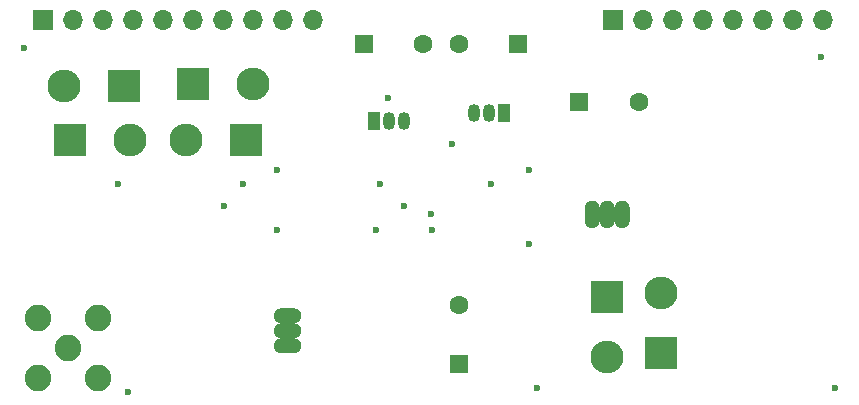
<source format=gts>
G04 #@! TF.GenerationSoftware,KiCad,Pcbnew,8.0.0*
G04 #@! TF.CreationDate,2025-01-04T20:02:43+01:00*
G04 #@! TF.ProjectId,ina2137,696e6132-3133-4372-9e6b-696361645f70,rev?*
G04 #@! TF.SameCoordinates,Original*
G04 #@! TF.FileFunction,Soldermask,Top*
G04 #@! TF.FilePolarity,Negative*
%FSLAX46Y46*%
G04 Gerber Fmt 4.6, Leading zero omitted, Abs format (unit mm)*
G04 Created by KiCad (PCBNEW 8.0.0) date 2025-01-04 20:02:43*
%MOMM*%
%LPD*%
G01*
G04 APERTURE LIST*
%ADD10C,0.001000*%
%ADD11C,2.250000*%
%ADD12R,2.800000X2.800000*%
%ADD13O,2.800000X2.800000*%
%ADD14R,1.600000X1.600000*%
%ADD15C,1.600000*%
%ADD16R,1.700000X1.700000*%
%ADD17O,1.700000X1.700000*%
%ADD18R,1.050000X1.500000*%
%ADD19O,1.050000X1.500000*%
%ADD20C,0.600000*%
G04 APERTURE END LIST*
D10*
X133270000Y-104563661D02*
X133301000Y-104566661D01*
X133332000Y-104571661D01*
X133363000Y-104577661D01*
X133394000Y-104585661D01*
X133424000Y-104595661D01*
X133453000Y-104606661D01*
X133482000Y-104618661D01*
X133510000Y-104632661D01*
X133538000Y-104648661D01*
X133565000Y-104665661D01*
X133590000Y-104683661D01*
X133615000Y-104703661D01*
X133639000Y-104724661D01*
X133661000Y-104746661D01*
X133682000Y-104769661D01*
X133702000Y-104793661D01*
X133721000Y-104819661D01*
X133739000Y-104845661D01*
X133755000Y-104872661D01*
X133769000Y-104900661D01*
X133782000Y-104929661D01*
X133794000Y-104958661D01*
X133804000Y-104988661D01*
X133812000Y-105019661D01*
X133819000Y-105049661D01*
X133824000Y-105081661D01*
X133828000Y-105112661D01*
X133830000Y-105147661D01*
X133828000Y-105182661D01*
X133824000Y-105213661D01*
X133819000Y-105245661D01*
X133812000Y-105275661D01*
X133804000Y-105306661D01*
X133794000Y-105336661D01*
X133782000Y-105365661D01*
X133769000Y-105394661D01*
X133755000Y-105422661D01*
X133739000Y-105449661D01*
X133721000Y-105475661D01*
X133702000Y-105501661D01*
X133682000Y-105525661D01*
X133661000Y-105548661D01*
X133639000Y-105570661D01*
X133615000Y-105591661D01*
X133590000Y-105611661D01*
X133565000Y-105629661D01*
X133538000Y-105646661D01*
X133510000Y-105662661D01*
X133482000Y-105676661D01*
X133453000Y-105688661D01*
X133424000Y-105699661D01*
X133394000Y-105709661D01*
X133363000Y-105717661D01*
X133332000Y-105723661D01*
X133301000Y-105728661D01*
X133270000Y-105731661D01*
X133238000Y-105732661D01*
X133210000Y-105732661D01*
X132210000Y-105732661D01*
X132182000Y-105732661D01*
X132150000Y-105731661D01*
X132119000Y-105728661D01*
X132088000Y-105723661D01*
X132057000Y-105717661D01*
X132026000Y-105709661D01*
X131996000Y-105699661D01*
X131967000Y-105688661D01*
X131938000Y-105676661D01*
X131910000Y-105662661D01*
X131882000Y-105646661D01*
X131855000Y-105629661D01*
X131830000Y-105611661D01*
X131805000Y-105591661D01*
X131781000Y-105570661D01*
X131759000Y-105548661D01*
X131738000Y-105525661D01*
X131718000Y-105501661D01*
X131699000Y-105475661D01*
X131681000Y-105449661D01*
X131665000Y-105422661D01*
X131651000Y-105394661D01*
X131638000Y-105365661D01*
X131626000Y-105336661D01*
X131616000Y-105306661D01*
X131608000Y-105275661D01*
X131601000Y-105245661D01*
X131596000Y-105213661D01*
X131592000Y-105182661D01*
X131590000Y-105147661D01*
X131592000Y-105112661D01*
X131596000Y-105081661D01*
X131601000Y-105049661D01*
X131608000Y-105019661D01*
X131616000Y-104988661D01*
X131626000Y-104958661D01*
X131638000Y-104929661D01*
X131651000Y-104900661D01*
X131665000Y-104872661D01*
X131681000Y-104845661D01*
X131699000Y-104819661D01*
X131718000Y-104793661D01*
X131738000Y-104769661D01*
X131759000Y-104746661D01*
X131781000Y-104724661D01*
X131805000Y-104703661D01*
X131830000Y-104683661D01*
X131855000Y-104665661D01*
X131882000Y-104648661D01*
X131910000Y-104632661D01*
X131938000Y-104618661D01*
X131967000Y-104606661D01*
X131996000Y-104595661D01*
X132026000Y-104585661D01*
X132057000Y-104577661D01*
X132088000Y-104571661D01*
X132119000Y-104566661D01*
X132150000Y-104563661D01*
X132182000Y-104562661D01*
X132210000Y-104562661D01*
X133210000Y-104562661D01*
X133238000Y-104562661D01*
X133270000Y-104563661D01*
G36*
X133270000Y-104563661D02*
G01*
X133301000Y-104566661D01*
X133332000Y-104571661D01*
X133363000Y-104577661D01*
X133394000Y-104585661D01*
X133424000Y-104595661D01*
X133453000Y-104606661D01*
X133482000Y-104618661D01*
X133510000Y-104632661D01*
X133538000Y-104648661D01*
X133565000Y-104665661D01*
X133590000Y-104683661D01*
X133615000Y-104703661D01*
X133639000Y-104724661D01*
X133661000Y-104746661D01*
X133682000Y-104769661D01*
X133702000Y-104793661D01*
X133721000Y-104819661D01*
X133739000Y-104845661D01*
X133755000Y-104872661D01*
X133769000Y-104900661D01*
X133782000Y-104929661D01*
X133794000Y-104958661D01*
X133804000Y-104988661D01*
X133812000Y-105019661D01*
X133819000Y-105049661D01*
X133824000Y-105081661D01*
X133828000Y-105112661D01*
X133830000Y-105147661D01*
X133828000Y-105182661D01*
X133824000Y-105213661D01*
X133819000Y-105245661D01*
X133812000Y-105275661D01*
X133804000Y-105306661D01*
X133794000Y-105336661D01*
X133782000Y-105365661D01*
X133769000Y-105394661D01*
X133755000Y-105422661D01*
X133739000Y-105449661D01*
X133721000Y-105475661D01*
X133702000Y-105501661D01*
X133682000Y-105525661D01*
X133661000Y-105548661D01*
X133639000Y-105570661D01*
X133615000Y-105591661D01*
X133590000Y-105611661D01*
X133565000Y-105629661D01*
X133538000Y-105646661D01*
X133510000Y-105662661D01*
X133482000Y-105676661D01*
X133453000Y-105688661D01*
X133424000Y-105699661D01*
X133394000Y-105709661D01*
X133363000Y-105717661D01*
X133332000Y-105723661D01*
X133301000Y-105728661D01*
X133270000Y-105731661D01*
X133238000Y-105732661D01*
X133210000Y-105732661D01*
X132210000Y-105732661D01*
X132182000Y-105732661D01*
X132150000Y-105731661D01*
X132119000Y-105728661D01*
X132088000Y-105723661D01*
X132057000Y-105717661D01*
X132026000Y-105709661D01*
X131996000Y-105699661D01*
X131967000Y-105688661D01*
X131938000Y-105676661D01*
X131910000Y-105662661D01*
X131882000Y-105646661D01*
X131855000Y-105629661D01*
X131830000Y-105611661D01*
X131805000Y-105591661D01*
X131781000Y-105570661D01*
X131759000Y-105548661D01*
X131738000Y-105525661D01*
X131718000Y-105501661D01*
X131699000Y-105475661D01*
X131681000Y-105449661D01*
X131665000Y-105422661D01*
X131651000Y-105394661D01*
X131638000Y-105365661D01*
X131626000Y-105336661D01*
X131616000Y-105306661D01*
X131608000Y-105275661D01*
X131601000Y-105245661D01*
X131596000Y-105213661D01*
X131592000Y-105182661D01*
X131590000Y-105147661D01*
X131592000Y-105112661D01*
X131596000Y-105081661D01*
X131601000Y-105049661D01*
X131608000Y-105019661D01*
X131616000Y-104988661D01*
X131626000Y-104958661D01*
X131638000Y-104929661D01*
X131651000Y-104900661D01*
X131665000Y-104872661D01*
X131681000Y-104845661D01*
X131699000Y-104819661D01*
X131718000Y-104793661D01*
X131738000Y-104769661D01*
X131759000Y-104746661D01*
X131781000Y-104724661D01*
X131805000Y-104703661D01*
X131830000Y-104683661D01*
X131855000Y-104665661D01*
X131882000Y-104648661D01*
X131910000Y-104632661D01*
X131938000Y-104618661D01*
X131967000Y-104606661D01*
X131996000Y-104595661D01*
X132026000Y-104585661D01*
X132057000Y-104577661D01*
X132088000Y-104571661D01*
X132119000Y-104566661D01*
X132150000Y-104563661D01*
X132182000Y-104562661D01*
X132210000Y-104562661D01*
X133210000Y-104562661D01*
X133238000Y-104562661D01*
X133270000Y-104563661D01*
G37*
X133270000Y-105833661D02*
X133301000Y-105836661D01*
X133332000Y-105841661D01*
X133363000Y-105847661D01*
X133394000Y-105855661D01*
X133424000Y-105865661D01*
X133453000Y-105876661D01*
X133482000Y-105888661D01*
X133510000Y-105902661D01*
X133538000Y-105918661D01*
X133565000Y-105935661D01*
X133590000Y-105953661D01*
X133615000Y-105973661D01*
X133639000Y-105994661D01*
X133661000Y-106016661D01*
X133682000Y-106039661D01*
X133702000Y-106063661D01*
X133721000Y-106089661D01*
X133739000Y-106115661D01*
X133755000Y-106142661D01*
X133769000Y-106170661D01*
X133782000Y-106199661D01*
X133794000Y-106228661D01*
X133804000Y-106258661D01*
X133812000Y-106289661D01*
X133819000Y-106319661D01*
X133824000Y-106351661D01*
X133828000Y-106382661D01*
X133830000Y-106417661D01*
X133828000Y-106452661D01*
X133824000Y-106483661D01*
X133819000Y-106515661D01*
X133812000Y-106545661D01*
X133804000Y-106576661D01*
X133794000Y-106606661D01*
X133782000Y-106635661D01*
X133769000Y-106664661D01*
X133755000Y-106692661D01*
X133739000Y-106719661D01*
X133721000Y-106745661D01*
X133702000Y-106771661D01*
X133682000Y-106795661D01*
X133661000Y-106818661D01*
X133639000Y-106840661D01*
X133615000Y-106861661D01*
X133590000Y-106881661D01*
X133565000Y-106899661D01*
X133538000Y-106916661D01*
X133510000Y-106932661D01*
X133482000Y-106946661D01*
X133453000Y-106958661D01*
X133424000Y-106969661D01*
X133394000Y-106979661D01*
X133363000Y-106987661D01*
X133332000Y-106993661D01*
X133301000Y-106998661D01*
X133270000Y-107001661D01*
X133238000Y-107002661D01*
X133210000Y-107002661D01*
X132210000Y-107002661D01*
X132182000Y-107002661D01*
X132150000Y-107001661D01*
X132119000Y-106998661D01*
X132088000Y-106993661D01*
X132057000Y-106987661D01*
X132026000Y-106979661D01*
X131996000Y-106969661D01*
X131967000Y-106958661D01*
X131938000Y-106946661D01*
X131910000Y-106932661D01*
X131882000Y-106916661D01*
X131855000Y-106899661D01*
X131830000Y-106881661D01*
X131805000Y-106861661D01*
X131781000Y-106840661D01*
X131759000Y-106818661D01*
X131738000Y-106795661D01*
X131718000Y-106771661D01*
X131699000Y-106745661D01*
X131681000Y-106719661D01*
X131665000Y-106692661D01*
X131651000Y-106664661D01*
X131638000Y-106635661D01*
X131626000Y-106606661D01*
X131616000Y-106576661D01*
X131608000Y-106545661D01*
X131601000Y-106515661D01*
X131596000Y-106483661D01*
X131592000Y-106452661D01*
X131590000Y-106417661D01*
X131592000Y-106382661D01*
X131596000Y-106351661D01*
X131601000Y-106319661D01*
X131608000Y-106289661D01*
X131616000Y-106258661D01*
X131626000Y-106228661D01*
X131638000Y-106199661D01*
X131651000Y-106170661D01*
X131665000Y-106142661D01*
X131681000Y-106115661D01*
X131699000Y-106089661D01*
X131718000Y-106063661D01*
X131738000Y-106039661D01*
X131759000Y-106016661D01*
X131781000Y-105994661D01*
X131805000Y-105973661D01*
X131830000Y-105953661D01*
X131855000Y-105935661D01*
X131882000Y-105918661D01*
X131910000Y-105902661D01*
X131938000Y-105888661D01*
X131967000Y-105876661D01*
X131996000Y-105865661D01*
X132026000Y-105855661D01*
X132057000Y-105847661D01*
X132088000Y-105841661D01*
X132119000Y-105836661D01*
X132150000Y-105833661D01*
X132182000Y-105832661D01*
X132210000Y-105832661D01*
X133210000Y-105832661D01*
X133238000Y-105832661D01*
X133270000Y-105833661D01*
G36*
X133270000Y-105833661D02*
G01*
X133301000Y-105836661D01*
X133332000Y-105841661D01*
X133363000Y-105847661D01*
X133394000Y-105855661D01*
X133424000Y-105865661D01*
X133453000Y-105876661D01*
X133482000Y-105888661D01*
X133510000Y-105902661D01*
X133538000Y-105918661D01*
X133565000Y-105935661D01*
X133590000Y-105953661D01*
X133615000Y-105973661D01*
X133639000Y-105994661D01*
X133661000Y-106016661D01*
X133682000Y-106039661D01*
X133702000Y-106063661D01*
X133721000Y-106089661D01*
X133739000Y-106115661D01*
X133755000Y-106142661D01*
X133769000Y-106170661D01*
X133782000Y-106199661D01*
X133794000Y-106228661D01*
X133804000Y-106258661D01*
X133812000Y-106289661D01*
X133819000Y-106319661D01*
X133824000Y-106351661D01*
X133828000Y-106382661D01*
X133830000Y-106417661D01*
X133828000Y-106452661D01*
X133824000Y-106483661D01*
X133819000Y-106515661D01*
X133812000Y-106545661D01*
X133804000Y-106576661D01*
X133794000Y-106606661D01*
X133782000Y-106635661D01*
X133769000Y-106664661D01*
X133755000Y-106692661D01*
X133739000Y-106719661D01*
X133721000Y-106745661D01*
X133702000Y-106771661D01*
X133682000Y-106795661D01*
X133661000Y-106818661D01*
X133639000Y-106840661D01*
X133615000Y-106861661D01*
X133590000Y-106881661D01*
X133565000Y-106899661D01*
X133538000Y-106916661D01*
X133510000Y-106932661D01*
X133482000Y-106946661D01*
X133453000Y-106958661D01*
X133424000Y-106969661D01*
X133394000Y-106979661D01*
X133363000Y-106987661D01*
X133332000Y-106993661D01*
X133301000Y-106998661D01*
X133270000Y-107001661D01*
X133238000Y-107002661D01*
X133210000Y-107002661D01*
X132210000Y-107002661D01*
X132182000Y-107002661D01*
X132150000Y-107001661D01*
X132119000Y-106998661D01*
X132088000Y-106993661D01*
X132057000Y-106987661D01*
X132026000Y-106979661D01*
X131996000Y-106969661D01*
X131967000Y-106958661D01*
X131938000Y-106946661D01*
X131910000Y-106932661D01*
X131882000Y-106916661D01*
X131855000Y-106899661D01*
X131830000Y-106881661D01*
X131805000Y-106861661D01*
X131781000Y-106840661D01*
X131759000Y-106818661D01*
X131738000Y-106795661D01*
X131718000Y-106771661D01*
X131699000Y-106745661D01*
X131681000Y-106719661D01*
X131665000Y-106692661D01*
X131651000Y-106664661D01*
X131638000Y-106635661D01*
X131626000Y-106606661D01*
X131616000Y-106576661D01*
X131608000Y-106545661D01*
X131601000Y-106515661D01*
X131596000Y-106483661D01*
X131592000Y-106452661D01*
X131590000Y-106417661D01*
X131592000Y-106382661D01*
X131596000Y-106351661D01*
X131601000Y-106319661D01*
X131608000Y-106289661D01*
X131616000Y-106258661D01*
X131626000Y-106228661D01*
X131638000Y-106199661D01*
X131651000Y-106170661D01*
X131665000Y-106142661D01*
X131681000Y-106115661D01*
X131699000Y-106089661D01*
X131718000Y-106063661D01*
X131738000Y-106039661D01*
X131759000Y-106016661D01*
X131781000Y-105994661D01*
X131805000Y-105973661D01*
X131830000Y-105953661D01*
X131855000Y-105935661D01*
X131882000Y-105918661D01*
X131910000Y-105902661D01*
X131938000Y-105888661D01*
X131967000Y-105876661D01*
X131996000Y-105865661D01*
X132026000Y-105855661D01*
X132057000Y-105847661D01*
X132088000Y-105841661D01*
X132119000Y-105836661D01*
X132150000Y-105833661D01*
X132182000Y-105832661D01*
X132210000Y-105832661D01*
X133210000Y-105832661D01*
X133238000Y-105832661D01*
X133270000Y-105833661D01*
G37*
X133270000Y-107103661D02*
X133301000Y-107106661D01*
X133332000Y-107111661D01*
X133363000Y-107117661D01*
X133394000Y-107125661D01*
X133424000Y-107135661D01*
X133453000Y-107146661D01*
X133482000Y-107158661D01*
X133510000Y-107172661D01*
X133538000Y-107188661D01*
X133565000Y-107205661D01*
X133590000Y-107223661D01*
X133615000Y-107243661D01*
X133639000Y-107264661D01*
X133661000Y-107286661D01*
X133682000Y-107309661D01*
X133702000Y-107333661D01*
X133721000Y-107359661D01*
X133739000Y-107385661D01*
X133755000Y-107412661D01*
X133769000Y-107440661D01*
X133782000Y-107469661D01*
X133794000Y-107498661D01*
X133804000Y-107528661D01*
X133812000Y-107559661D01*
X133819000Y-107589661D01*
X133824000Y-107621661D01*
X133828000Y-107652661D01*
X133830000Y-107687661D01*
X133828000Y-107722661D01*
X133824000Y-107753661D01*
X133819000Y-107785661D01*
X133812000Y-107815661D01*
X133804000Y-107846661D01*
X133794000Y-107876661D01*
X133782000Y-107905661D01*
X133769000Y-107934661D01*
X133755000Y-107962661D01*
X133739000Y-107989661D01*
X133721000Y-108015661D01*
X133702000Y-108041661D01*
X133682000Y-108065661D01*
X133661000Y-108088661D01*
X133639000Y-108110661D01*
X133615000Y-108131661D01*
X133590000Y-108151661D01*
X133565000Y-108169661D01*
X133538000Y-108186661D01*
X133510000Y-108202661D01*
X133482000Y-108216661D01*
X133453000Y-108228661D01*
X133424000Y-108239661D01*
X133394000Y-108249661D01*
X133363000Y-108257661D01*
X133332000Y-108263661D01*
X133301000Y-108268661D01*
X133270000Y-108271661D01*
X133238000Y-108272661D01*
X133210000Y-108272661D01*
X132210000Y-108272661D01*
X132182000Y-108272661D01*
X132150000Y-108271661D01*
X132119000Y-108268661D01*
X132088000Y-108263661D01*
X132057000Y-108257661D01*
X132026000Y-108249661D01*
X131996000Y-108239661D01*
X131967000Y-108228661D01*
X131938000Y-108216661D01*
X131910000Y-108202661D01*
X131882000Y-108186661D01*
X131855000Y-108169661D01*
X131830000Y-108151661D01*
X131805000Y-108131661D01*
X131781000Y-108110661D01*
X131759000Y-108088661D01*
X131738000Y-108065661D01*
X131718000Y-108041661D01*
X131699000Y-108015661D01*
X131681000Y-107989661D01*
X131665000Y-107962661D01*
X131651000Y-107934661D01*
X131638000Y-107905661D01*
X131626000Y-107876661D01*
X131616000Y-107846661D01*
X131608000Y-107815661D01*
X131601000Y-107785661D01*
X131596000Y-107753661D01*
X131592000Y-107722661D01*
X131590000Y-107687661D01*
X131592000Y-107652661D01*
X131596000Y-107621661D01*
X131601000Y-107589661D01*
X131608000Y-107559661D01*
X131616000Y-107528661D01*
X131626000Y-107498661D01*
X131638000Y-107469661D01*
X131651000Y-107440661D01*
X131665000Y-107412661D01*
X131681000Y-107385661D01*
X131699000Y-107359661D01*
X131718000Y-107333661D01*
X131738000Y-107309661D01*
X131759000Y-107286661D01*
X131781000Y-107264661D01*
X131805000Y-107243661D01*
X131830000Y-107223661D01*
X131855000Y-107205661D01*
X131882000Y-107188661D01*
X131910000Y-107172661D01*
X131938000Y-107158661D01*
X131967000Y-107146661D01*
X131996000Y-107135661D01*
X132026000Y-107125661D01*
X132057000Y-107117661D01*
X132088000Y-107111661D01*
X132119000Y-107106661D01*
X132150000Y-107103661D01*
X132182000Y-107102661D01*
X132210000Y-107102661D01*
X133210000Y-107102661D01*
X133238000Y-107102661D01*
X133270000Y-107103661D01*
G36*
X133270000Y-107103661D02*
G01*
X133301000Y-107106661D01*
X133332000Y-107111661D01*
X133363000Y-107117661D01*
X133394000Y-107125661D01*
X133424000Y-107135661D01*
X133453000Y-107146661D01*
X133482000Y-107158661D01*
X133510000Y-107172661D01*
X133538000Y-107188661D01*
X133565000Y-107205661D01*
X133590000Y-107223661D01*
X133615000Y-107243661D01*
X133639000Y-107264661D01*
X133661000Y-107286661D01*
X133682000Y-107309661D01*
X133702000Y-107333661D01*
X133721000Y-107359661D01*
X133739000Y-107385661D01*
X133755000Y-107412661D01*
X133769000Y-107440661D01*
X133782000Y-107469661D01*
X133794000Y-107498661D01*
X133804000Y-107528661D01*
X133812000Y-107559661D01*
X133819000Y-107589661D01*
X133824000Y-107621661D01*
X133828000Y-107652661D01*
X133830000Y-107687661D01*
X133828000Y-107722661D01*
X133824000Y-107753661D01*
X133819000Y-107785661D01*
X133812000Y-107815661D01*
X133804000Y-107846661D01*
X133794000Y-107876661D01*
X133782000Y-107905661D01*
X133769000Y-107934661D01*
X133755000Y-107962661D01*
X133739000Y-107989661D01*
X133721000Y-108015661D01*
X133702000Y-108041661D01*
X133682000Y-108065661D01*
X133661000Y-108088661D01*
X133639000Y-108110661D01*
X133615000Y-108131661D01*
X133590000Y-108151661D01*
X133565000Y-108169661D01*
X133538000Y-108186661D01*
X133510000Y-108202661D01*
X133482000Y-108216661D01*
X133453000Y-108228661D01*
X133424000Y-108239661D01*
X133394000Y-108249661D01*
X133363000Y-108257661D01*
X133332000Y-108263661D01*
X133301000Y-108268661D01*
X133270000Y-108271661D01*
X133238000Y-108272661D01*
X133210000Y-108272661D01*
X132210000Y-108272661D01*
X132182000Y-108272661D01*
X132150000Y-108271661D01*
X132119000Y-108268661D01*
X132088000Y-108263661D01*
X132057000Y-108257661D01*
X132026000Y-108249661D01*
X131996000Y-108239661D01*
X131967000Y-108228661D01*
X131938000Y-108216661D01*
X131910000Y-108202661D01*
X131882000Y-108186661D01*
X131855000Y-108169661D01*
X131830000Y-108151661D01*
X131805000Y-108131661D01*
X131781000Y-108110661D01*
X131759000Y-108088661D01*
X131738000Y-108065661D01*
X131718000Y-108041661D01*
X131699000Y-108015661D01*
X131681000Y-107989661D01*
X131665000Y-107962661D01*
X131651000Y-107934661D01*
X131638000Y-107905661D01*
X131626000Y-107876661D01*
X131616000Y-107846661D01*
X131608000Y-107815661D01*
X131601000Y-107785661D01*
X131596000Y-107753661D01*
X131592000Y-107722661D01*
X131590000Y-107687661D01*
X131592000Y-107652661D01*
X131596000Y-107621661D01*
X131601000Y-107589661D01*
X131608000Y-107559661D01*
X131616000Y-107528661D01*
X131626000Y-107498661D01*
X131638000Y-107469661D01*
X131651000Y-107440661D01*
X131665000Y-107412661D01*
X131681000Y-107385661D01*
X131699000Y-107359661D01*
X131718000Y-107333661D01*
X131738000Y-107309661D01*
X131759000Y-107286661D01*
X131781000Y-107264661D01*
X131805000Y-107243661D01*
X131830000Y-107223661D01*
X131855000Y-107205661D01*
X131882000Y-107188661D01*
X131910000Y-107172661D01*
X131938000Y-107158661D01*
X131967000Y-107146661D01*
X131996000Y-107135661D01*
X132026000Y-107125661D01*
X132057000Y-107117661D01*
X132088000Y-107111661D01*
X132119000Y-107106661D01*
X132150000Y-107103661D01*
X132182000Y-107102661D01*
X132210000Y-107102661D01*
X133210000Y-107102661D01*
X133238000Y-107102661D01*
X133270000Y-107103661D01*
G37*
X158532800Y-95439500D02*
X158563800Y-95443500D01*
X158595800Y-95448500D01*
X158625800Y-95455500D01*
X158656800Y-95463500D01*
X158686800Y-95473500D01*
X158715800Y-95485500D01*
X158744800Y-95498500D01*
X158772800Y-95512500D01*
X158799800Y-95528500D01*
X158825800Y-95546500D01*
X158851800Y-95565500D01*
X158875800Y-95585500D01*
X158898800Y-95606500D01*
X158920800Y-95628500D01*
X158941800Y-95652500D01*
X158961800Y-95677500D01*
X158979800Y-95702500D01*
X158996800Y-95729500D01*
X159012800Y-95757500D01*
X159026800Y-95785500D01*
X159038800Y-95814500D01*
X159049800Y-95843500D01*
X159059800Y-95873500D01*
X159067800Y-95904500D01*
X159073800Y-95935500D01*
X159078800Y-95966500D01*
X159081800Y-95997500D01*
X159082800Y-96029500D01*
X159082800Y-96057500D01*
X159082800Y-97057500D01*
X159082800Y-97085500D01*
X159081800Y-97117500D01*
X159078800Y-97148500D01*
X159073800Y-97179500D01*
X159067800Y-97210500D01*
X159059800Y-97241500D01*
X159049800Y-97271500D01*
X159038800Y-97300500D01*
X159026800Y-97329500D01*
X159012800Y-97357500D01*
X158996800Y-97385500D01*
X158979800Y-97412500D01*
X158961800Y-97437500D01*
X158941800Y-97462500D01*
X158920800Y-97486500D01*
X158898800Y-97508500D01*
X158875800Y-97529500D01*
X158851800Y-97549500D01*
X158825800Y-97568500D01*
X158799800Y-97586500D01*
X158772800Y-97602500D01*
X158744800Y-97616500D01*
X158715800Y-97629500D01*
X158686800Y-97641500D01*
X158656800Y-97651500D01*
X158625800Y-97659500D01*
X158595800Y-97666500D01*
X158563800Y-97671500D01*
X158532800Y-97675500D01*
X158497800Y-97677500D01*
X158462800Y-97675500D01*
X158431800Y-97671500D01*
X158399800Y-97666500D01*
X158369800Y-97659500D01*
X158338800Y-97651500D01*
X158308800Y-97641500D01*
X158279800Y-97629500D01*
X158250800Y-97616500D01*
X158222800Y-97602500D01*
X158195800Y-97586500D01*
X158169800Y-97568500D01*
X158143800Y-97549500D01*
X158119800Y-97529500D01*
X158096800Y-97508500D01*
X158074800Y-97486500D01*
X158053800Y-97462500D01*
X158033800Y-97437500D01*
X158015800Y-97412500D01*
X157998800Y-97385500D01*
X157982800Y-97357500D01*
X157968800Y-97329500D01*
X157956800Y-97300500D01*
X157945800Y-97271500D01*
X157935800Y-97241500D01*
X157927800Y-97210500D01*
X157921800Y-97179500D01*
X157916800Y-97148500D01*
X157913800Y-97117500D01*
X157912800Y-97085500D01*
X157912800Y-97057500D01*
X157912800Y-96057500D01*
X157912800Y-96029500D01*
X157913800Y-95997500D01*
X157916800Y-95966500D01*
X157921800Y-95935500D01*
X157927800Y-95904500D01*
X157935800Y-95873500D01*
X157945800Y-95843500D01*
X157956800Y-95814500D01*
X157968800Y-95785500D01*
X157982800Y-95757500D01*
X157998800Y-95729500D01*
X158015800Y-95702500D01*
X158033800Y-95677500D01*
X158053800Y-95652500D01*
X158074800Y-95628500D01*
X158096800Y-95606500D01*
X158119800Y-95585500D01*
X158143800Y-95565500D01*
X158169800Y-95546500D01*
X158195800Y-95528500D01*
X158222800Y-95512500D01*
X158250800Y-95498500D01*
X158279800Y-95485500D01*
X158308800Y-95473500D01*
X158338800Y-95463500D01*
X158369800Y-95455500D01*
X158399800Y-95448500D01*
X158431800Y-95443500D01*
X158462800Y-95439500D01*
X158497800Y-95437500D01*
X158532800Y-95439500D01*
G36*
X158532800Y-95439500D02*
G01*
X158563800Y-95443500D01*
X158595800Y-95448500D01*
X158625800Y-95455500D01*
X158656800Y-95463500D01*
X158686800Y-95473500D01*
X158715800Y-95485500D01*
X158744800Y-95498500D01*
X158772800Y-95512500D01*
X158799800Y-95528500D01*
X158825800Y-95546500D01*
X158851800Y-95565500D01*
X158875800Y-95585500D01*
X158898800Y-95606500D01*
X158920800Y-95628500D01*
X158941800Y-95652500D01*
X158961800Y-95677500D01*
X158979800Y-95702500D01*
X158996800Y-95729500D01*
X159012800Y-95757500D01*
X159026800Y-95785500D01*
X159038800Y-95814500D01*
X159049800Y-95843500D01*
X159059800Y-95873500D01*
X159067800Y-95904500D01*
X159073800Y-95935500D01*
X159078800Y-95966500D01*
X159081800Y-95997500D01*
X159082800Y-96029500D01*
X159082800Y-96057500D01*
X159082800Y-97057500D01*
X159082800Y-97085500D01*
X159081800Y-97117500D01*
X159078800Y-97148500D01*
X159073800Y-97179500D01*
X159067800Y-97210500D01*
X159059800Y-97241500D01*
X159049800Y-97271500D01*
X159038800Y-97300500D01*
X159026800Y-97329500D01*
X159012800Y-97357500D01*
X158996800Y-97385500D01*
X158979800Y-97412500D01*
X158961800Y-97437500D01*
X158941800Y-97462500D01*
X158920800Y-97486500D01*
X158898800Y-97508500D01*
X158875800Y-97529500D01*
X158851800Y-97549500D01*
X158825800Y-97568500D01*
X158799800Y-97586500D01*
X158772800Y-97602500D01*
X158744800Y-97616500D01*
X158715800Y-97629500D01*
X158686800Y-97641500D01*
X158656800Y-97651500D01*
X158625800Y-97659500D01*
X158595800Y-97666500D01*
X158563800Y-97671500D01*
X158532800Y-97675500D01*
X158497800Y-97677500D01*
X158462800Y-97675500D01*
X158431800Y-97671500D01*
X158399800Y-97666500D01*
X158369800Y-97659500D01*
X158338800Y-97651500D01*
X158308800Y-97641500D01*
X158279800Y-97629500D01*
X158250800Y-97616500D01*
X158222800Y-97602500D01*
X158195800Y-97586500D01*
X158169800Y-97568500D01*
X158143800Y-97549500D01*
X158119800Y-97529500D01*
X158096800Y-97508500D01*
X158074800Y-97486500D01*
X158053800Y-97462500D01*
X158033800Y-97437500D01*
X158015800Y-97412500D01*
X157998800Y-97385500D01*
X157982800Y-97357500D01*
X157968800Y-97329500D01*
X157956800Y-97300500D01*
X157945800Y-97271500D01*
X157935800Y-97241500D01*
X157927800Y-97210500D01*
X157921800Y-97179500D01*
X157916800Y-97148500D01*
X157913800Y-97117500D01*
X157912800Y-97085500D01*
X157912800Y-97057500D01*
X157912800Y-96057500D01*
X157912800Y-96029500D01*
X157913800Y-95997500D01*
X157916800Y-95966500D01*
X157921800Y-95935500D01*
X157927800Y-95904500D01*
X157935800Y-95873500D01*
X157945800Y-95843500D01*
X157956800Y-95814500D01*
X157968800Y-95785500D01*
X157982800Y-95757500D01*
X157998800Y-95729500D01*
X158015800Y-95702500D01*
X158033800Y-95677500D01*
X158053800Y-95652500D01*
X158074800Y-95628500D01*
X158096800Y-95606500D01*
X158119800Y-95585500D01*
X158143800Y-95565500D01*
X158169800Y-95546500D01*
X158195800Y-95528500D01*
X158222800Y-95512500D01*
X158250800Y-95498500D01*
X158279800Y-95485500D01*
X158308800Y-95473500D01*
X158338800Y-95463500D01*
X158369800Y-95455500D01*
X158399800Y-95448500D01*
X158431800Y-95443500D01*
X158462800Y-95439500D01*
X158497800Y-95437500D01*
X158532800Y-95439500D01*
G37*
X159802800Y-95439500D02*
X159833800Y-95443500D01*
X159865800Y-95448500D01*
X159895800Y-95455500D01*
X159926800Y-95463500D01*
X159956800Y-95473500D01*
X159985800Y-95485500D01*
X160014800Y-95498500D01*
X160042800Y-95512500D01*
X160069800Y-95528500D01*
X160095800Y-95546500D01*
X160121800Y-95565500D01*
X160145800Y-95585500D01*
X160168800Y-95606500D01*
X160190800Y-95628500D01*
X160211800Y-95652500D01*
X160231800Y-95677500D01*
X160249800Y-95702500D01*
X160266800Y-95729500D01*
X160282800Y-95757500D01*
X160296800Y-95785500D01*
X160308800Y-95814500D01*
X160319800Y-95843500D01*
X160329800Y-95873500D01*
X160337800Y-95904500D01*
X160343800Y-95935500D01*
X160348800Y-95966500D01*
X160351800Y-95997500D01*
X160352800Y-96029500D01*
X160352800Y-96057500D01*
X160352800Y-97057500D01*
X160352800Y-97085500D01*
X160351800Y-97117500D01*
X160348800Y-97148500D01*
X160343800Y-97179500D01*
X160337800Y-97210500D01*
X160329800Y-97241500D01*
X160319800Y-97271500D01*
X160308800Y-97300500D01*
X160296800Y-97329500D01*
X160282800Y-97357500D01*
X160266800Y-97385500D01*
X160249800Y-97412500D01*
X160231800Y-97437500D01*
X160211800Y-97462500D01*
X160190800Y-97486500D01*
X160168800Y-97508500D01*
X160145800Y-97529500D01*
X160121800Y-97549500D01*
X160095800Y-97568500D01*
X160069800Y-97586500D01*
X160042800Y-97602500D01*
X160014800Y-97616500D01*
X159985800Y-97629500D01*
X159956800Y-97641500D01*
X159926800Y-97651500D01*
X159895800Y-97659500D01*
X159865800Y-97666500D01*
X159833800Y-97671500D01*
X159802800Y-97675500D01*
X159767800Y-97677500D01*
X159732800Y-97675500D01*
X159701800Y-97671500D01*
X159669800Y-97666500D01*
X159639800Y-97659500D01*
X159608800Y-97651500D01*
X159578800Y-97641500D01*
X159549800Y-97629500D01*
X159520800Y-97616500D01*
X159492800Y-97602500D01*
X159465800Y-97586500D01*
X159439800Y-97568500D01*
X159413800Y-97549500D01*
X159389800Y-97529500D01*
X159366800Y-97508500D01*
X159344800Y-97486500D01*
X159323800Y-97462500D01*
X159303800Y-97437500D01*
X159285800Y-97412500D01*
X159268800Y-97385500D01*
X159252800Y-97357500D01*
X159238800Y-97329500D01*
X159226800Y-97300500D01*
X159215800Y-97271500D01*
X159205800Y-97241500D01*
X159197800Y-97210500D01*
X159191800Y-97179500D01*
X159186800Y-97148500D01*
X159183800Y-97117500D01*
X159182800Y-97085500D01*
X159182800Y-97057500D01*
X159182800Y-96057500D01*
X159182800Y-96029500D01*
X159183800Y-95997500D01*
X159186800Y-95966500D01*
X159191800Y-95935500D01*
X159197800Y-95904500D01*
X159205800Y-95873500D01*
X159215800Y-95843500D01*
X159226800Y-95814500D01*
X159238800Y-95785500D01*
X159252800Y-95757500D01*
X159268800Y-95729500D01*
X159285800Y-95702500D01*
X159303800Y-95677500D01*
X159323800Y-95652500D01*
X159344800Y-95628500D01*
X159366800Y-95606500D01*
X159389800Y-95585500D01*
X159413800Y-95565500D01*
X159439800Y-95546500D01*
X159465800Y-95528500D01*
X159492800Y-95512500D01*
X159520800Y-95498500D01*
X159549800Y-95485500D01*
X159578800Y-95473500D01*
X159608800Y-95463500D01*
X159639800Y-95455500D01*
X159669800Y-95448500D01*
X159701800Y-95443500D01*
X159732800Y-95439500D01*
X159767800Y-95437500D01*
X159802800Y-95439500D01*
G36*
X159802800Y-95439500D02*
G01*
X159833800Y-95443500D01*
X159865800Y-95448500D01*
X159895800Y-95455500D01*
X159926800Y-95463500D01*
X159956800Y-95473500D01*
X159985800Y-95485500D01*
X160014800Y-95498500D01*
X160042800Y-95512500D01*
X160069800Y-95528500D01*
X160095800Y-95546500D01*
X160121800Y-95565500D01*
X160145800Y-95585500D01*
X160168800Y-95606500D01*
X160190800Y-95628500D01*
X160211800Y-95652500D01*
X160231800Y-95677500D01*
X160249800Y-95702500D01*
X160266800Y-95729500D01*
X160282800Y-95757500D01*
X160296800Y-95785500D01*
X160308800Y-95814500D01*
X160319800Y-95843500D01*
X160329800Y-95873500D01*
X160337800Y-95904500D01*
X160343800Y-95935500D01*
X160348800Y-95966500D01*
X160351800Y-95997500D01*
X160352800Y-96029500D01*
X160352800Y-96057500D01*
X160352800Y-97057500D01*
X160352800Y-97085500D01*
X160351800Y-97117500D01*
X160348800Y-97148500D01*
X160343800Y-97179500D01*
X160337800Y-97210500D01*
X160329800Y-97241500D01*
X160319800Y-97271500D01*
X160308800Y-97300500D01*
X160296800Y-97329500D01*
X160282800Y-97357500D01*
X160266800Y-97385500D01*
X160249800Y-97412500D01*
X160231800Y-97437500D01*
X160211800Y-97462500D01*
X160190800Y-97486500D01*
X160168800Y-97508500D01*
X160145800Y-97529500D01*
X160121800Y-97549500D01*
X160095800Y-97568500D01*
X160069800Y-97586500D01*
X160042800Y-97602500D01*
X160014800Y-97616500D01*
X159985800Y-97629500D01*
X159956800Y-97641500D01*
X159926800Y-97651500D01*
X159895800Y-97659500D01*
X159865800Y-97666500D01*
X159833800Y-97671500D01*
X159802800Y-97675500D01*
X159767800Y-97677500D01*
X159732800Y-97675500D01*
X159701800Y-97671500D01*
X159669800Y-97666500D01*
X159639800Y-97659500D01*
X159608800Y-97651500D01*
X159578800Y-97641500D01*
X159549800Y-97629500D01*
X159520800Y-97616500D01*
X159492800Y-97602500D01*
X159465800Y-97586500D01*
X159439800Y-97568500D01*
X159413800Y-97549500D01*
X159389800Y-97529500D01*
X159366800Y-97508500D01*
X159344800Y-97486500D01*
X159323800Y-97462500D01*
X159303800Y-97437500D01*
X159285800Y-97412500D01*
X159268800Y-97385500D01*
X159252800Y-97357500D01*
X159238800Y-97329500D01*
X159226800Y-97300500D01*
X159215800Y-97271500D01*
X159205800Y-97241500D01*
X159197800Y-97210500D01*
X159191800Y-97179500D01*
X159186800Y-97148500D01*
X159183800Y-97117500D01*
X159182800Y-97085500D01*
X159182800Y-97057500D01*
X159182800Y-96057500D01*
X159182800Y-96029500D01*
X159183800Y-95997500D01*
X159186800Y-95966500D01*
X159191800Y-95935500D01*
X159197800Y-95904500D01*
X159205800Y-95873500D01*
X159215800Y-95843500D01*
X159226800Y-95814500D01*
X159238800Y-95785500D01*
X159252800Y-95757500D01*
X159268800Y-95729500D01*
X159285800Y-95702500D01*
X159303800Y-95677500D01*
X159323800Y-95652500D01*
X159344800Y-95628500D01*
X159366800Y-95606500D01*
X159389800Y-95585500D01*
X159413800Y-95565500D01*
X159439800Y-95546500D01*
X159465800Y-95528500D01*
X159492800Y-95512500D01*
X159520800Y-95498500D01*
X159549800Y-95485500D01*
X159578800Y-95473500D01*
X159608800Y-95463500D01*
X159639800Y-95455500D01*
X159669800Y-95448500D01*
X159701800Y-95443500D01*
X159732800Y-95439500D01*
X159767800Y-95437500D01*
X159802800Y-95439500D01*
G37*
X161072800Y-95439500D02*
X161103800Y-95443500D01*
X161135800Y-95448500D01*
X161165800Y-95455500D01*
X161196800Y-95463500D01*
X161226800Y-95473500D01*
X161255800Y-95485500D01*
X161284800Y-95498500D01*
X161312800Y-95512500D01*
X161339800Y-95528500D01*
X161365800Y-95546500D01*
X161391800Y-95565500D01*
X161415800Y-95585500D01*
X161438800Y-95606500D01*
X161460800Y-95628500D01*
X161481800Y-95652500D01*
X161501800Y-95677500D01*
X161519800Y-95702500D01*
X161536800Y-95729500D01*
X161552800Y-95757500D01*
X161566800Y-95785500D01*
X161578800Y-95814500D01*
X161589800Y-95843500D01*
X161599800Y-95873500D01*
X161607800Y-95904500D01*
X161613800Y-95935500D01*
X161618800Y-95966500D01*
X161621800Y-95997500D01*
X161622800Y-96029500D01*
X161622800Y-96057500D01*
X161622800Y-97057500D01*
X161622800Y-97085500D01*
X161621800Y-97117500D01*
X161618800Y-97148500D01*
X161613800Y-97179500D01*
X161607800Y-97210500D01*
X161599800Y-97241500D01*
X161589800Y-97271500D01*
X161578800Y-97300500D01*
X161566800Y-97329500D01*
X161552800Y-97357500D01*
X161536800Y-97385500D01*
X161519800Y-97412500D01*
X161501800Y-97437500D01*
X161481800Y-97462500D01*
X161460800Y-97486500D01*
X161438800Y-97508500D01*
X161415800Y-97529500D01*
X161391800Y-97549500D01*
X161365800Y-97568500D01*
X161339800Y-97586500D01*
X161312800Y-97602500D01*
X161284800Y-97616500D01*
X161255800Y-97629500D01*
X161226800Y-97641500D01*
X161196800Y-97651500D01*
X161165800Y-97659500D01*
X161135800Y-97666500D01*
X161103800Y-97671500D01*
X161072800Y-97675500D01*
X161037800Y-97677500D01*
X161002800Y-97675500D01*
X160971800Y-97671500D01*
X160939800Y-97666500D01*
X160909800Y-97659500D01*
X160878800Y-97651500D01*
X160848800Y-97641500D01*
X160819800Y-97629500D01*
X160790800Y-97616500D01*
X160762800Y-97602500D01*
X160735800Y-97586500D01*
X160709800Y-97568500D01*
X160683800Y-97549500D01*
X160659800Y-97529500D01*
X160636800Y-97508500D01*
X160614800Y-97486500D01*
X160593800Y-97462500D01*
X160573800Y-97437500D01*
X160555800Y-97412500D01*
X160538800Y-97385500D01*
X160522800Y-97357500D01*
X160508800Y-97329500D01*
X160496800Y-97300500D01*
X160485800Y-97271500D01*
X160475800Y-97241500D01*
X160467800Y-97210500D01*
X160461800Y-97179500D01*
X160456800Y-97148500D01*
X160453800Y-97117500D01*
X160452800Y-97085500D01*
X160452800Y-97057500D01*
X160452800Y-96057500D01*
X160452800Y-96029500D01*
X160453800Y-95997500D01*
X160456800Y-95966500D01*
X160461800Y-95935500D01*
X160467800Y-95904500D01*
X160475800Y-95873500D01*
X160485800Y-95843500D01*
X160496800Y-95814500D01*
X160508800Y-95785500D01*
X160522800Y-95757500D01*
X160538800Y-95729500D01*
X160555800Y-95702500D01*
X160573800Y-95677500D01*
X160593800Y-95652500D01*
X160614800Y-95628500D01*
X160636800Y-95606500D01*
X160659800Y-95585500D01*
X160683800Y-95565500D01*
X160709800Y-95546500D01*
X160735800Y-95528500D01*
X160762800Y-95512500D01*
X160790800Y-95498500D01*
X160819800Y-95485500D01*
X160848800Y-95473500D01*
X160878800Y-95463500D01*
X160909800Y-95455500D01*
X160939800Y-95448500D01*
X160971800Y-95443500D01*
X161002800Y-95439500D01*
X161037800Y-95437500D01*
X161072800Y-95439500D01*
G36*
X161072800Y-95439500D02*
G01*
X161103800Y-95443500D01*
X161135800Y-95448500D01*
X161165800Y-95455500D01*
X161196800Y-95463500D01*
X161226800Y-95473500D01*
X161255800Y-95485500D01*
X161284800Y-95498500D01*
X161312800Y-95512500D01*
X161339800Y-95528500D01*
X161365800Y-95546500D01*
X161391800Y-95565500D01*
X161415800Y-95585500D01*
X161438800Y-95606500D01*
X161460800Y-95628500D01*
X161481800Y-95652500D01*
X161501800Y-95677500D01*
X161519800Y-95702500D01*
X161536800Y-95729500D01*
X161552800Y-95757500D01*
X161566800Y-95785500D01*
X161578800Y-95814500D01*
X161589800Y-95843500D01*
X161599800Y-95873500D01*
X161607800Y-95904500D01*
X161613800Y-95935500D01*
X161618800Y-95966500D01*
X161621800Y-95997500D01*
X161622800Y-96029500D01*
X161622800Y-96057500D01*
X161622800Y-97057500D01*
X161622800Y-97085500D01*
X161621800Y-97117500D01*
X161618800Y-97148500D01*
X161613800Y-97179500D01*
X161607800Y-97210500D01*
X161599800Y-97241500D01*
X161589800Y-97271500D01*
X161578800Y-97300500D01*
X161566800Y-97329500D01*
X161552800Y-97357500D01*
X161536800Y-97385500D01*
X161519800Y-97412500D01*
X161501800Y-97437500D01*
X161481800Y-97462500D01*
X161460800Y-97486500D01*
X161438800Y-97508500D01*
X161415800Y-97529500D01*
X161391800Y-97549500D01*
X161365800Y-97568500D01*
X161339800Y-97586500D01*
X161312800Y-97602500D01*
X161284800Y-97616500D01*
X161255800Y-97629500D01*
X161226800Y-97641500D01*
X161196800Y-97651500D01*
X161165800Y-97659500D01*
X161135800Y-97666500D01*
X161103800Y-97671500D01*
X161072800Y-97675500D01*
X161037800Y-97677500D01*
X161002800Y-97675500D01*
X160971800Y-97671500D01*
X160939800Y-97666500D01*
X160909800Y-97659500D01*
X160878800Y-97651500D01*
X160848800Y-97641500D01*
X160819800Y-97629500D01*
X160790800Y-97616500D01*
X160762800Y-97602500D01*
X160735800Y-97586500D01*
X160709800Y-97568500D01*
X160683800Y-97549500D01*
X160659800Y-97529500D01*
X160636800Y-97508500D01*
X160614800Y-97486500D01*
X160593800Y-97462500D01*
X160573800Y-97437500D01*
X160555800Y-97412500D01*
X160538800Y-97385500D01*
X160522800Y-97357500D01*
X160508800Y-97329500D01*
X160496800Y-97300500D01*
X160485800Y-97271500D01*
X160475800Y-97241500D01*
X160467800Y-97210500D01*
X160461800Y-97179500D01*
X160456800Y-97148500D01*
X160453800Y-97117500D01*
X160452800Y-97085500D01*
X160452800Y-97057500D01*
X160452800Y-96057500D01*
X160452800Y-96029500D01*
X160453800Y-95997500D01*
X160456800Y-95966500D01*
X160461800Y-95935500D01*
X160467800Y-95904500D01*
X160475800Y-95873500D01*
X160485800Y-95843500D01*
X160496800Y-95814500D01*
X160508800Y-95785500D01*
X160522800Y-95757500D01*
X160538800Y-95729500D01*
X160555800Y-95702500D01*
X160573800Y-95677500D01*
X160593800Y-95652500D01*
X160614800Y-95628500D01*
X160636800Y-95606500D01*
X160659800Y-95585500D01*
X160683800Y-95565500D01*
X160709800Y-95546500D01*
X160735800Y-95528500D01*
X160762800Y-95512500D01*
X160790800Y-95498500D01*
X160819800Y-95485500D01*
X160848800Y-95473500D01*
X160878800Y-95463500D01*
X160909800Y-95455500D01*
X160939800Y-95448500D01*
X160971800Y-95443500D01*
X161002800Y-95439500D01*
X161037800Y-95437500D01*
X161072800Y-95439500D01*
G37*
D11*
X114140000Y-107900000D03*
X111600000Y-110440000D03*
X116680000Y-110440000D03*
X111600000Y-105360000D03*
X116680000Y-105360000D03*
D12*
X124740000Y-85590000D03*
D13*
X129820000Y-85590000D03*
D14*
X139220000Y-82150000D03*
D15*
X144220000Y-82150000D03*
D16*
X112040000Y-80100000D03*
D17*
X114580000Y-80100000D03*
X117120000Y-80100000D03*
X119660000Y-80100000D03*
X122200000Y-80100000D03*
X124740000Y-80100000D03*
X127280000Y-80100000D03*
X129820000Y-80100000D03*
X132360000Y-80100000D03*
X134900000Y-80100000D03*
D12*
X114320000Y-90270000D03*
D13*
X119400000Y-90270000D03*
D16*
X160300000Y-80100000D03*
D17*
X162840000Y-80100000D03*
X165380000Y-80100000D03*
X167920000Y-80100000D03*
X170460000Y-80100000D03*
X173000000Y-80100000D03*
X175540000Y-80100000D03*
X178080000Y-80100000D03*
D12*
X129260101Y-90270000D03*
D13*
X124180101Y-90270000D03*
D12*
X164400000Y-108300000D03*
D13*
X164400000Y-103220000D03*
D14*
X152300000Y-82150000D03*
D15*
X147300000Y-82150000D03*
D14*
X157470000Y-87090000D03*
D15*
X162470000Y-87090000D03*
D12*
X159840050Y-103620000D03*
D13*
X159840050Y-108700000D03*
D18*
X140110000Y-88690000D03*
D19*
X141380000Y-88690000D03*
X142650000Y-88690000D03*
D12*
X118900000Y-85700000D03*
D13*
X113820000Y-85700000D03*
D18*
X151050000Y-88000000D03*
D19*
X149780000Y-88000000D03*
X148510000Y-88000000D03*
D14*
X147290000Y-109270000D03*
D15*
X147290000Y-104270000D03*
D20*
X177880000Y-83310000D03*
X110440000Y-82500000D03*
X119240000Y-111620000D03*
X179110000Y-111320000D03*
X141260000Y-86730000D03*
X146660000Y-90610000D03*
X127400000Y-95910000D03*
X118440000Y-94030000D03*
X129000000Y-94030000D03*
X150000000Y-94000000D03*
X142650000Y-95862500D03*
X153910000Y-111310000D03*
X145000000Y-97900000D03*
X140200000Y-97900000D03*
X144900000Y-96600000D03*
X140590000Y-94030000D03*
X131900000Y-97900000D03*
X131900000Y-92800000D03*
X153220000Y-92800000D03*
X153200000Y-99100000D03*
M02*

</source>
